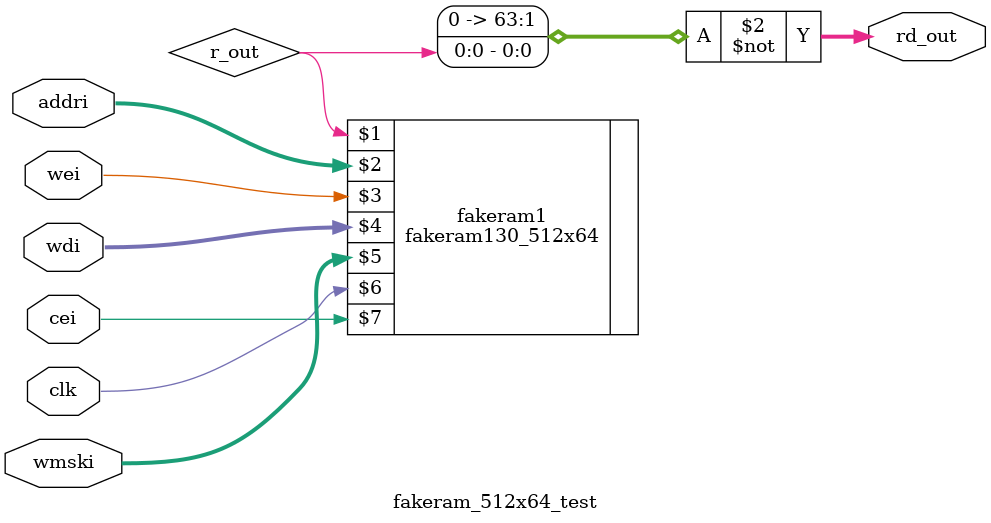
<source format=v>
module fakeram_512x64_test
(
   rd_out,
   addri,
   wei,
   wdi,
   wmski,
   clk,
   cei,
);
   parameter BITS = 64;
   parameter ADDR_WIDTH = 9;

   output reg [BITS-1:0]    rd_out;
   input  [ADDR_WIDTH-1:0]  addri;
   input                    wei;
   input  [BITS-1:0]        wdi;
   input  [BITS-1:0]        wmski;
   input                    clk;
   input                    cei;
//   input VPWR, VGND;
   
  // assign VPWR = 1'b1;
   //assign VGND = 1'b0;
   fakeram130_512x64 fakeram1 (r_out, addri, wei, wdi, wmski, clk, cei);

   assign rd_out = ~r_out;
  
endmodule


</source>
